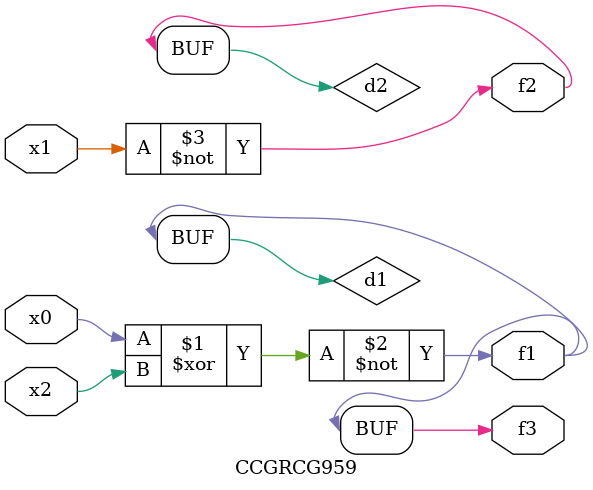
<source format=v>
module CCGRCG959(
	input x0, x1, x2,
	output f1, f2, f3
);

	wire d1, d2, d3;

	xnor (d1, x0, x2);
	nand (d2, x1);
	nor (d3, x1, x2);
	assign f1 = d1;
	assign f2 = d2;
	assign f3 = d1;
endmodule

</source>
